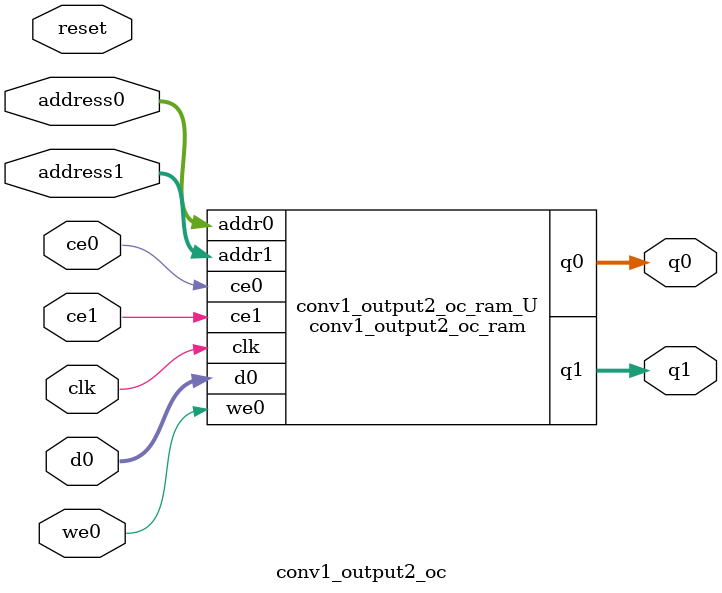
<source format=v>

`timescale 1 ns / 1 ps
module conv1_output2_oc_ram (addr0, ce0, d0, we0, q0, addr1, ce1, q1,  clk);

parameter DWIDTH = 32;
parameter AWIDTH = 11;
parameter MEM_SIZE = 1176;

input[AWIDTH-1:0] addr0;
input ce0;
input[DWIDTH-1:0] d0;
input we0;
output reg[DWIDTH-1:0] q0;
input[AWIDTH-1:0] addr1;
input ce1;
output reg[DWIDTH-1:0] q1;
input clk;

(* ram_style = "block" *)reg [DWIDTH-1:0] ram[0:MEM_SIZE-1];




always @(posedge clk)  
begin 
    if (ce0) 
    begin
        if (we0) 
        begin 
            ram[addr0] <= d0; 
            q0 <= d0;
        end 
        else 
            q0 <= ram[addr0];
    end
end


always @(posedge clk)  
begin 
    if (ce1) 
    begin
            q1 <= ram[addr1];
    end
end


endmodule


`timescale 1 ns / 1 ps
module conv1_output2_oc(
    reset,
    clk,
    address0,
    ce0,
    we0,
    d0,
    q0,
    address1,
    ce1,
    q1);

parameter DataWidth = 32'd32;
parameter AddressRange = 32'd1176;
parameter AddressWidth = 32'd11;
input reset;
input clk;
input[AddressWidth - 1:0] address0;
input ce0;
input we0;
input[DataWidth - 1:0] d0;
output[DataWidth - 1:0] q0;
input[AddressWidth - 1:0] address1;
input ce1;
output[DataWidth - 1:0] q1;



conv1_output2_oc_ram conv1_output2_oc_ram_U(
    .clk( clk ),
    .addr0( address0 ),
    .ce0( ce0 ),
    .we0( we0 ),
    .d0( d0 ),
    .q0( q0 ),
    .addr1( address1 ),
    .ce1( ce1 ),
    .q1( q1 ));

endmodule


</source>
